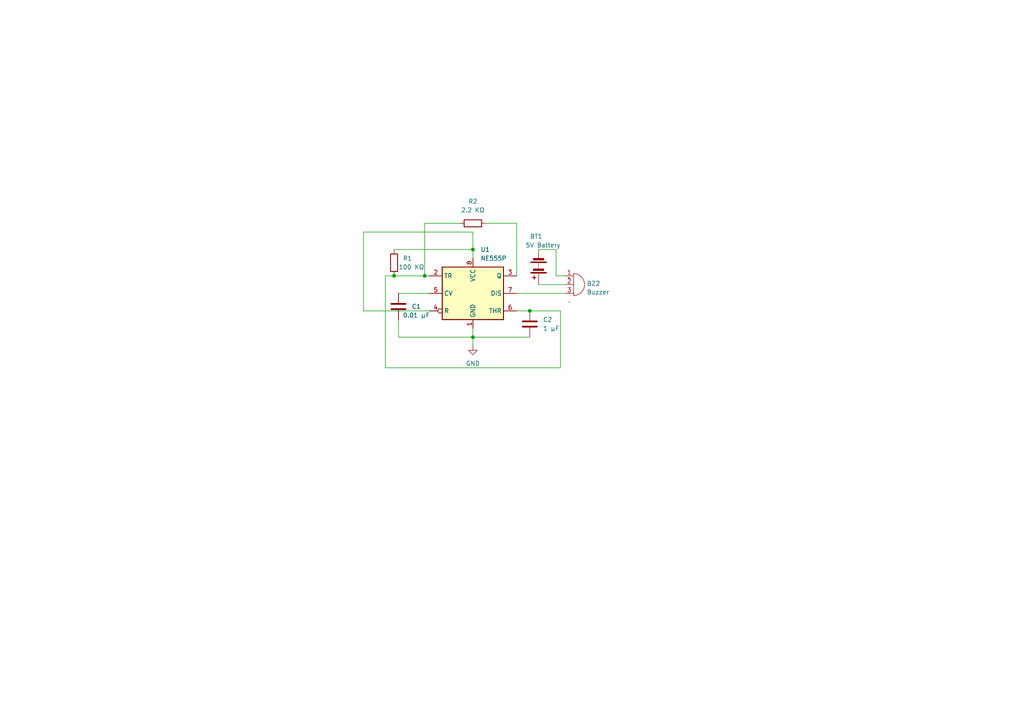
<source format=kicad_sch>
(kicad_sch (version 20230121) (generator eeschema)
  (paper "A4")
  (lib_symbols
    (symbol "Buzzer_1" (pin_names (offset 0.0254) hide)
      (property "Reference" "BZ1" (at 3.81 1.27 0))
      (property "Value" "Buzzer" (at 3.81 -1.27 0))
      (symbol "Buzzer_1_0_1"
        (circle (center -1.27 -5.08) (radius 0.0001))
        (circle (center -1.27 -2.54) (radius 0.0001))
        (circle (center -1.27 0) (radius 0.0001))
        (arc (start 0 -3.175) (mid 3.1612 0) (end 0 3.175))
        (polyline (pts (xy -1.651 1.905) (xy -1.143 1.905)))
        (polyline (pts (xy -1.397 2.159) (xy -1.397 1.651)))
        (polyline (pts (xy 0 3.175) (xy 0 -3.175)))
      )
      (symbol "Buzzer_1_1_1"
        (pin passive line (at -2.54 2.54 0) (length 2.54) (name "-") (number "1"))
        (pin passive line (at -2.54 0 0) (length 2.54) (name "+") (number "2"))
        (pin passive line (at -2.54 -2.54 0) (length 2.54) (name "+") (number "3"))
      )
    )
    (symbol "Device:Battery" (pin_numbers hide) (pin_names (offset 0) hide)
      (property "Reference" "BT" (at 2.54 2.54 0))
      (property "Value" "Battery" (at 2.54 0 0))
      (symbol "Battery_0_1"
        (rectangle (start -2.286 -1.27) (end 2.286 -1.524) (fill (type outline)))
        (rectangle (start -2.286 1.778) (end 2.286 1.524) (fill (type outline)))
        (rectangle (start -1.524 -2.032) (end 1.524 -2.54) (fill (type outline)))
        (rectangle (start -1.524 1.016) (end 1.524 0.508) (fill (type outline)))
        (polyline (pts (xy 0 -1.016) (xy 0 -0.762)))
        (polyline (pts (xy 0 -0.508) (xy 0 -0.254)))
        (polyline (pts (xy 0 0) (xy 0 0.254)))
        (polyline (pts (xy 0 1.778) (xy 0 2.54)))
        (polyline (pts (xy 0.762 3.048) (xy 1.778 3.048)) (stroke (width 0.254)))
        (polyline (pts (xy 1.27 3.556) (xy 1.27 2.54)) (stroke (width 0.254)))
      )
      (symbol "Battery_1_1"
        (pin passive line (at 0 5.08 270) (length 2.54) (name "+") (number "1"))
        (pin passive line (at 0 -5.08 90) (length 2.54) (name "-") (number "2"))
      )
    )
    (symbol "Device:C" (pin_numbers hide) (pin_names (offset 0.254))
      (property "Reference" "C" (at 0.635 2.54 0))
      (property "Value" "C" (at 0.635 -2.54 0))
      (symbol "C_0_1"
        (polyline (pts (xy -2.032 -0.762) (xy 2.032 -0.762)) (stroke (width 0.508)))
        (polyline (pts (xy -2.032 0.762) (xy 2.032 0.762)) (stroke (width 0.508)))
      )
      (symbol "C_1_1"
        (pin passive line (at 0 3.81 270) (length 2.794) (name "~") (number "1"))
        (pin passive line (at 0 -3.81 90) (length 2.794) (name "~") (number "2"))
      )
    )
    (symbol "Device:R" (pin_numbers hide) (pin_names (offset 0))
      (property "Reference" "R" (at 2.032 0 90))
      (property "Value" "R" (at 0 0 90))
      (symbol "R_0_1"
        (rectangle (start -1.016 -2.54) (end 1.016 2.54) (stroke (width 0.254)))
      )
      (symbol "R_1_1"
        (pin passive line (at 0 3.81 270) (length 1.27) (name "~") (number "1"))
        (pin passive line (at 0 -3.81 90) (length 1.27) (name "~") (number "2"))
      )
    )
    (symbol "Timer:NE555P"
      (property "Reference" "U" (at -10.16 8.89 0))
      (property "Value" "NE555P" (at 2.54 8.89 0))
      (symbol "NE555P_0_0"
        (pin power_in line (at 0 -10.16 90) (length 2.54) (name "GND") (number "1"))
        (pin power_in line (at 0 10.16 270) (length 2.54) (name "VCC") (number "8"))
      )
      (symbol "NE555P_0_1"
        (rectangle (start -8.89 -7.62) (end 8.89 7.62) (stroke (width 0.254)) (fill (type background)))
        (rectangle (start -8.89 -7.62) (end 8.89 7.62) (stroke (width 0.254)) (fill (type background)))
      )
      (symbol "NE555P_1_1"
        (pin input line (at -12.7 5.08 0) (length 3.81) (name "TR") (number "2"))
        (pin output line (at 12.7 5.08 180) (length 3.81) (name "Q") (number "3"))
        (pin input inverted (at -12.7 -5.08 0) (length 3.81) (name "R") (number "4"))
        (pin input line (at -12.7 0 0) (length 3.81) (name "CV") (number "5"))
        (pin input line (at 12.7 -5.08 180) (length 3.81) (name "THR") (number "6"))
        (pin input line (at 12.7 0 180) (length 3.81) (name "DIS") (number "7"))
      )
    )
    (symbol "power:GND" (power) (pin_names (offset 0))
      (property "Value" "GND" (at 0 -3.81 0))
      (symbol "GND_0_1"
        (polyline (pts (xy 0 0) (xy 0 -1.27) (xy 1.27 -1.27) (xy 0 -2.54) (xy -1.27 -1.27) (xy 0 -1.27)))
      )
      (symbol "GND_1_1"
        (pin power_in line (at 0 0 270) (length 0) hide (name "GND") (number "1"))
      )
    )
  )
  (junction (at 137.16 97.79))
  (junction (at 137.16 72.39))
  (junction (at 153.67 90.17))
  (junction (at 123.19 80.01))
  (junction (at 114.3 80.01))
  (wire (pts (xy 140.97 64.77) (xy 149.86 64.77)))
  (wire (pts (xy 162.56 106.68) (xy 162.56 90.17)))
  (wire (pts (xy 115.57 97.79) (xy 137.16 97.79)))
  (wire (pts (xy 156.21 82.55) (xy 163.83 82.55)))
  (wire (pts (xy 115.57 92.71) (xy 115.57 97.79)))
  (wire (pts (xy 156.21 72.39) (xy 161.29 72.39)))
  (wire (pts (xy 149.86 90.17) (xy 153.67 90.17)))
  (wire (pts (xy 137.16 97.79) (xy 137.16 100.33)))
  (wire (pts (xy 124.46 85.09) (xy 115.57 85.09)))
  (wire (pts (xy 162.56 90.17) (xy 153.67 90.17)))
  (wire (pts (xy 161.29 72.39) (xy 161.29 80.01)))
  (wire (pts (xy 149.86 64.77) (xy 149.86 80.01)))
  (wire (pts (xy 137.16 72.39) (xy 137.16 67.31)))
  (wire (pts (xy 105.41 90.17) (xy 124.46 90.17)))
  (wire (pts (xy 123.19 80.01) (xy 124.46 80.01)))
  (wire (pts (xy 114.3 80.01) (xy 123.19 80.01)))
  (wire (pts (xy 114.3 80.01) (xy 111.76 80.01)))
  (wire (pts (xy 149.86 85.09) (xy 163.83 85.09)))
  (wire (pts (xy 137.16 97.79) (xy 153.67 97.79)))
  (wire (pts (xy 137.16 72.39) (xy 137.16 74.93)))
  (wire (pts (xy 123.19 80.01) (xy 123.19 64.77)))
  (wire (pts (xy 105.41 67.31) (xy 105.41 90.17)))
  (wire (pts (xy 137.16 67.31) (xy 105.41 67.31)))
  (wire (pts (xy 137.16 95.25) (xy 137.16 97.79)))
  (wire (pts (xy 161.29 80.01) (xy 163.83 80.01)))
  (wire (pts (xy 111.76 106.68) (xy 162.56 106.68)))
  (wire (pts (xy 123.19 64.77) (xy 133.35 64.77)))
  (wire (pts (xy 111.76 80.01) (xy 111.76 106.68)))
  (wire (pts (xy 114.3 72.39) (xy 137.16 72.39)))
  (symbol (lib_id "Device:C") (at 153.67 93.98 0) (unit 1)
    (property "Reference" "C2" (at 157.48 92.71 0) (effects (justify left)))
    (property "Value" "1 μF" (at 157.48 95.25 0) (effects (justify left)))
    (property "Footprint" "Capacitor_THT:CP_Axial_L10.0mm_D6.0mm_P15.00mm_Horizontal" (effects hide))
  )
  (symbol (lib_id "Device:R") (at 114.3 76.2 0) (unit 1)
    (property "Reference" "R1" (at 116.84 74.93 0) (effects (justify left)))
    (property "Value" "100 KΩ" (at 115.57 77.47 0) (effects (justify left)))
    (property "Footprint" "Resistor_THT:R_Axial_DIN0207_L6.3mm_D2.5mm_P10.16mm_Horizontal" (effects hide))
  )
  (symbol (lib_name "Buzzer_1") (lib_id "Device:Buzzer") (at 166.37 82.55 0) (unit 1)
    (property "Reference" "BZ2" (at 170.18 82.2325 0) (effects (justify left)))
    (property "Value" "Buzzer" (at 170.18 84.7725 0) (effects (justify left)))
    (property "Footprint" "Buzzer_Beeper:Buzzer_12x9.5RM7.6" (effects hide))
  )
  (symbol (lib_id "Device:R") (at 137.16 64.77 90) (unit 1)
    (property "Reference" "R2" (at 137.16 58.42 90))
    (property "Value" "2.2 KΩ" (at 137.16 60.96 90))
    (property "Footprint" "Resistor_THT:R_Axial_DIN0207_L6.3mm_D2.5mm_P10.16mm_Horizontal" (effects hide))
  )
  (symbol (lib_id "Timer:NE555P") (at 137.16 85.09 0) (unit 1)
    (property "Reference" "U1" (at 139.3541 72.39 0) (effects (justify left)))
    (property "Value" "NE555P" (at 139.3541 74.93 0) (effects (justify left)))
    (property "Footprint" "Package_DIP:DIP-8_W7.62mm" (effects hide))
    (property "Datasheet" "http://www.ti.com/lit/ds/symlink/ne555.pdf" (effects hide))
  )
  (symbol (lib_id "power:GND") (at 137.16 100.33 0) (unit 1)
    (property "Reference" "#PWR01" (effects hide))
    (property "Value" "GND" (at 137.16 105.41 0))
  )
  (symbol (lib_id "Device:Battery") (at 156.21 77.47 180) (unit 1)
    (property "Reference" "BT1" (at 153.67 68.58 0) (effects (justify right)))
    (property "Value" "5V Battery" (at 152.4 71.12 0) (effects (justify right)))
  )
  (symbol (lib_id "Device:C") (at 115.57 88.9 0) (unit 1)
    (property "Reference" "C1" (at 119.38 88.9 0) (effects (justify left)))
    (property "Value" "0.01 μF" (at 116.84 91.44 0) (effects (justify left)))
    (property "Footprint" "Capacitor_THT:CP_Axial_L11.0mm_D5.0mm_P18.00mm_Horizontal" (effects hide))
  )
)
</source>
